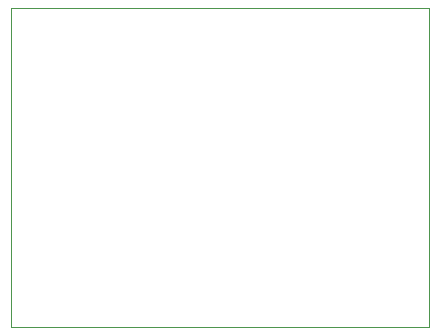
<source format=gbr>
%TF.GenerationSoftware,KiCad,Pcbnew,(5.1.8)-1*%
%TF.CreationDate,2021-10-10T15:44:20+08:00*%
%TF.ProjectId,wifiaudio,77696669-6175-4646-996f-2e6b69636164,rev?*%
%TF.SameCoordinates,Original*%
%TF.FileFunction,Profile,NP*%
%FSLAX46Y46*%
G04 Gerber Fmt 4.6, Leading zero omitted, Abs format (unit mm)*
G04 Created by KiCad (PCBNEW (5.1.8)-1) date 2021-10-10 15:44:20*
%MOMM*%
%LPD*%
G01*
G04 APERTURE LIST*
%TA.AperFunction,Profile*%
%ADD10C,0.050000*%
%TD*%
G04 APERTURE END LIST*
D10*
X100000000Y-110000000D02*
X100000000Y-108600000D01*
X135400000Y-110000000D02*
X100000000Y-110000000D01*
X135400000Y-108600000D02*
X135400000Y-110000000D01*
X100000000Y-108600000D02*
X100000000Y-83000000D01*
X135400000Y-108600000D02*
X135400000Y-83000000D01*
X119900000Y-83000000D02*
X100000000Y-83000000D01*
X119900000Y-83000000D02*
X135400000Y-83000000D01*
M02*

</source>
